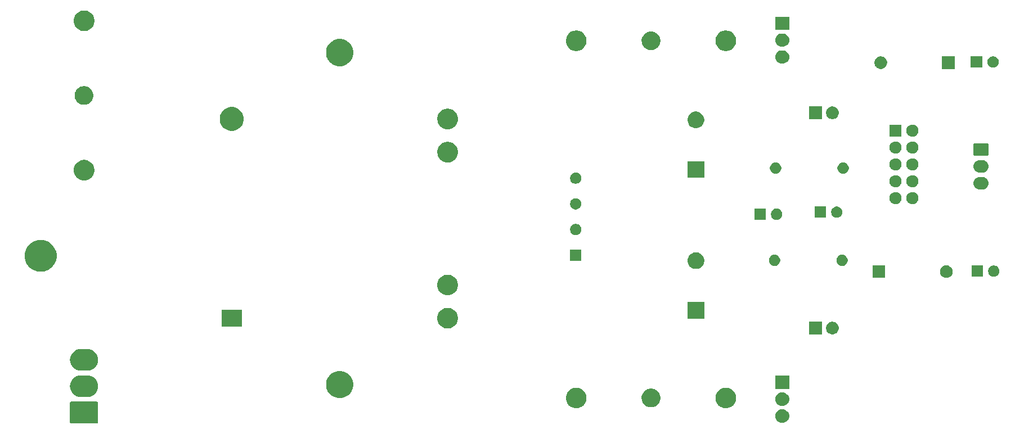
<source format=gbr>
G04 #@! TF.GenerationSoftware,KiCad,Pcbnew,(5.1.5)-3*
G04 #@! TF.CreationDate,2020-08-20T13:57:19+01:00*
G04 #@! TF.ProjectId,KOSMOPSU2,4b4f534d-4f50-4535-9532-2e6b69636164,rev?*
G04 #@! TF.SameCoordinates,Original*
G04 #@! TF.FileFunction,Soldermask,Bot*
G04 #@! TF.FilePolarity,Negative*
%FSLAX46Y46*%
G04 Gerber Fmt 4.6, Leading zero omitted, Abs format (unit mm)*
G04 Created by KiCad (PCBNEW (5.1.5)-3) date 2020-08-20 13:57:19*
%MOMM*%
%LPD*%
G04 APERTURE LIST*
%ADD10C,0.100000*%
G04 APERTURE END LIST*
D10*
G36*
X38907850Y-115022530D02*
G01*
X38936413Y-115031194D01*
X38962734Y-115045263D01*
X38985804Y-115064196D01*
X39004737Y-115087266D01*
X39018806Y-115113587D01*
X39027470Y-115142150D01*
X39031000Y-115177990D01*
X39031000Y-118122010D01*
X39027470Y-118157850D01*
X39018806Y-118186413D01*
X39004737Y-118212734D01*
X38985804Y-118235804D01*
X38962734Y-118254737D01*
X38936413Y-118268806D01*
X38907850Y-118277470D01*
X38872010Y-118281000D01*
X34987990Y-118281000D01*
X34952150Y-118277470D01*
X34923587Y-118268806D01*
X34897266Y-118254737D01*
X34874196Y-118235804D01*
X34855263Y-118212734D01*
X34841194Y-118186413D01*
X34832530Y-118157850D01*
X34829000Y-118122010D01*
X34829000Y-115177990D01*
X34832530Y-115142150D01*
X34841194Y-115113587D01*
X34855263Y-115087266D01*
X34874196Y-115064196D01*
X34897266Y-115045263D01*
X34923587Y-115031194D01*
X34952150Y-115022530D01*
X34987990Y-115019000D01*
X38872010Y-115019000D01*
X38907850Y-115022530D01*
G37*
G36*
X142145936Y-116181340D02*
G01*
X142244220Y-116191020D01*
X142433381Y-116248401D01*
X142607712Y-116341583D01*
X142760515Y-116466985D01*
X142885917Y-116619788D01*
X142979099Y-116794119D01*
X143036480Y-116983280D01*
X143055855Y-117180000D01*
X143036480Y-117376720D01*
X142979099Y-117565881D01*
X142885917Y-117740212D01*
X142760515Y-117893015D01*
X142607712Y-118018417D01*
X142433381Y-118111599D01*
X142244220Y-118168980D01*
X142145936Y-118178660D01*
X142096795Y-118183500D01*
X141903205Y-118183500D01*
X141854064Y-118178660D01*
X141755780Y-118168980D01*
X141566619Y-118111599D01*
X141392288Y-118018417D01*
X141239485Y-117893015D01*
X141114083Y-117740212D01*
X141020901Y-117565881D01*
X140963520Y-117376720D01*
X140944145Y-117180000D01*
X140963520Y-116983280D01*
X141020901Y-116794119D01*
X141114083Y-116619788D01*
X141239485Y-116466985D01*
X141392288Y-116341583D01*
X141566619Y-116248401D01*
X141755780Y-116191020D01*
X141854064Y-116181340D01*
X141903205Y-116176500D01*
X142096795Y-116176500D01*
X142145936Y-116181340D01*
G37*
G36*
X111302585Y-112938802D02*
G01*
X111452410Y-112968604D01*
X111734674Y-113085521D01*
X111988705Y-113255259D01*
X112204741Y-113471295D01*
X112374479Y-113725326D01*
X112491396Y-114007590D01*
X112551000Y-114307240D01*
X112551000Y-114612760D01*
X112491396Y-114912410D01*
X112374479Y-115194674D01*
X112204741Y-115448705D01*
X111988705Y-115664741D01*
X111734674Y-115834479D01*
X111452410Y-115951396D01*
X111302585Y-115981198D01*
X111152761Y-116011000D01*
X110847239Y-116011000D01*
X110697415Y-115981198D01*
X110547590Y-115951396D01*
X110265326Y-115834479D01*
X110011295Y-115664741D01*
X109795259Y-115448705D01*
X109625521Y-115194674D01*
X109508604Y-114912410D01*
X109449000Y-114612760D01*
X109449000Y-114307240D01*
X109508604Y-114007590D01*
X109625521Y-113725326D01*
X109795259Y-113471295D01*
X110011295Y-113255259D01*
X110265326Y-113085521D01*
X110547590Y-112968604D01*
X110697415Y-112938802D01*
X110847239Y-112909000D01*
X111152761Y-112909000D01*
X111302585Y-112938802D01*
G37*
G36*
X133802585Y-112938802D02*
G01*
X133952410Y-112968604D01*
X134234674Y-113085521D01*
X134488705Y-113255259D01*
X134704741Y-113471295D01*
X134874479Y-113725326D01*
X134991396Y-114007590D01*
X135051000Y-114307240D01*
X135051000Y-114612760D01*
X134991396Y-114912410D01*
X134874479Y-115194674D01*
X134704741Y-115448705D01*
X134488705Y-115664741D01*
X134234674Y-115834479D01*
X133952410Y-115951396D01*
X133802585Y-115981198D01*
X133652761Y-116011000D01*
X133347239Y-116011000D01*
X133197415Y-115981198D01*
X133047590Y-115951396D01*
X132765326Y-115834479D01*
X132511295Y-115664741D01*
X132295259Y-115448705D01*
X132125521Y-115194674D01*
X132008604Y-114912410D01*
X131949000Y-114612760D01*
X131949000Y-114307240D01*
X132008604Y-114007590D01*
X132125521Y-113725326D01*
X132295259Y-113471295D01*
X132511295Y-113255259D01*
X132765326Y-113085521D01*
X133047590Y-112968604D01*
X133197415Y-112938802D01*
X133347239Y-112909000D01*
X133652761Y-112909000D01*
X133802585Y-112938802D01*
G37*
G36*
X122568433Y-113094893D02*
G01*
X122658657Y-113112839D01*
X122764267Y-113156585D01*
X122913621Y-113218449D01*
X122989763Y-113269325D01*
X123143086Y-113371772D01*
X123338228Y-113566914D01*
X123394425Y-113651020D01*
X123491551Y-113796379D01*
X123513294Y-113848871D01*
X123597161Y-114051343D01*
X123597429Y-114052689D01*
X123651000Y-114322012D01*
X123651000Y-114597988D01*
X123648061Y-114612761D01*
X123597161Y-114868657D01*
X123553415Y-114974267D01*
X123491551Y-115123621D01*
X123491550Y-115123622D01*
X123338228Y-115353086D01*
X123143086Y-115548228D01*
X123022231Y-115628980D01*
X122913621Y-115701551D01*
X122764267Y-115763415D01*
X122658657Y-115807161D01*
X122568433Y-115825107D01*
X122387988Y-115861000D01*
X122112012Y-115861000D01*
X121931567Y-115825107D01*
X121841343Y-115807161D01*
X121735733Y-115763415D01*
X121586379Y-115701551D01*
X121477769Y-115628980D01*
X121356914Y-115548228D01*
X121161772Y-115353086D01*
X121008450Y-115123622D01*
X121008449Y-115123621D01*
X120946585Y-114974267D01*
X120902839Y-114868657D01*
X120851939Y-114612761D01*
X120849000Y-114597988D01*
X120849000Y-114322012D01*
X120902571Y-114052689D01*
X120902839Y-114051343D01*
X120986706Y-113848871D01*
X121008449Y-113796379D01*
X121105575Y-113651020D01*
X121161772Y-113566914D01*
X121356914Y-113371772D01*
X121510237Y-113269325D01*
X121586379Y-113218449D01*
X121735733Y-113156585D01*
X121841343Y-113112839D01*
X121931567Y-113094893D01*
X122112012Y-113059000D01*
X122387988Y-113059000D01*
X122568433Y-113094893D01*
G37*
G36*
X142145936Y-113641340D02*
G01*
X142244220Y-113651020D01*
X142433381Y-113708401D01*
X142607712Y-113801583D01*
X142760515Y-113926985D01*
X142885917Y-114079788D01*
X142979099Y-114254119D01*
X143036480Y-114443280D01*
X143055855Y-114640000D01*
X143036480Y-114836720D01*
X142979099Y-115025881D01*
X142885917Y-115200212D01*
X142760515Y-115353015D01*
X142607712Y-115478417D01*
X142433381Y-115571599D01*
X142244220Y-115628980D01*
X142145936Y-115638660D01*
X142096795Y-115643500D01*
X141903205Y-115643500D01*
X141854064Y-115638660D01*
X141755780Y-115628980D01*
X141566619Y-115571599D01*
X141392288Y-115478417D01*
X141239485Y-115353015D01*
X141114083Y-115200212D01*
X141020901Y-115025881D01*
X140963520Y-114836720D01*
X140944145Y-114640000D01*
X140963520Y-114443280D01*
X141020901Y-114254119D01*
X141114083Y-114079788D01*
X141239485Y-113926985D01*
X141392288Y-113801583D01*
X141566619Y-113708401D01*
X141755780Y-113651020D01*
X141854064Y-113641340D01*
X141903205Y-113636500D01*
X142096795Y-113636500D01*
X142145936Y-113641340D01*
G37*
G36*
X76008254Y-110467818D02*
G01*
X76381511Y-110622426D01*
X76381513Y-110622427D01*
X76717436Y-110846884D01*
X77003116Y-111132564D01*
X77032048Y-111175863D01*
X77227574Y-111468489D01*
X77382182Y-111841746D01*
X77461000Y-112237993D01*
X77461000Y-112642007D01*
X77382182Y-113038254D01*
X77244034Y-113371772D01*
X77227573Y-113411513D01*
X77003116Y-113747436D01*
X76717436Y-114033116D01*
X76381513Y-114257573D01*
X76381512Y-114257574D01*
X76381511Y-114257574D01*
X76008254Y-114412182D01*
X75612007Y-114491000D01*
X75207993Y-114491000D01*
X74811746Y-114412182D01*
X74438489Y-114257574D01*
X74438488Y-114257574D01*
X74438487Y-114257573D01*
X74102564Y-114033116D01*
X73816884Y-113747436D01*
X73592427Y-113411513D01*
X73575966Y-113371772D01*
X73437818Y-113038254D01*
X73359000Y-112642007D01*
X73359000Y-112237993D01*
X73437818Y-111841746D01*
X73592426Y-111468489D01*
X73787953Y-111175863D01*
X73816884Y-111132564D01*
X74102564Y-110846884D01*
X74438487Y-110622427D01*
X74438489Y-110622426D01*
X74811746Y-110467818D01*
X75207993Y-110389000D01*
X75612007Y-110389000D01*
X76008254Y-110467818D01*
G37*
G36*
X37719730Y-111082599D02*
G01*
X38027179Y-111175863D01*
X38310518Y-111327311D01*
X38558871Y-111531129D01*
X38762689Y-111779482D01*
X38914137Y-112062821D01*
X39007401Y-112370270D01*
X39038891Y-112690000D01*
X39007401Y-113009730D01*
X38914137Y-113317179D01*
X38762689Y-113600518D01*
X38558871Y-113848871D01*
X38310518Y-114052689D01*
X38027179Y-114204137D01*
X37719730Y-114297401D01*
X37480122Y-114321000D01*
X36379878Y-114321000D01*
X36140270Y-114297401D01*
X35832821Y-114204137D01*
X35549482Y-114052689D01*
X35301129Y-113848871D01*
X35097311Y-113600518D01*
X34945863Y-113317179D01*
X34852599Y-113009730D01*
X34821109Y-112690000D01*
X34852599Y-112370270D01*
X34945863Y-112062821D01*
X35097311Y-111779482D01*
X35301129Y-111531129D01*
X35549482Y-111327311D01*
X35832821Y-111175863D01*
X36140270Y-111082599D01*
X36379878Y-111059000D01*
X37480122Y-111059000D01*
X37719730Y-111082599D01*
G37*
G36*
X143051000Y-113103500D02*
G01*
X140949000Y-113103500D01*
X140949000Y-111096500D01*
X143051000Y-111096500D01*
X143051000Y-113103500D01*
G37*
G36*
X37719730Y-107122599D02*
G01*
X38027179Y-107215863D01*
X38310518Y-107367311D01*
X38558871Y-107571129D01*
X38762689Y-107819482D01*
X38914137Y-108102821D01*
X39007401Y-108410270D01*
X39038891Y-108730000D01*
X39007401Y-109049730D01*
X38914137Y-109357179D01*
X38762689Y-109640518D01*
X38558871Y-109888871D01*
X38310518Y-110092689D01*
X38027179Y-110244137D01*
X37719730Y-110337401D01*
X37480122Y-110361000D01*
X36379878Y-110361000D01*
X36140270Y-110337401D01*
X35832821Y-110244137D01*
X35549482Y-110092689D01*
X35301129Y-109888871D01*
X35097311Y-109640518D01*
X34945863Y-109357179D01*
X34852599Y-109049730D01*
X34821109Y-108730000D01*
X34852599Y-108410270D01*
X34945863Y-108102821D01*
X35097311Y-107819482D01*
X35301129Y-107571129D01*
X35549482Y-107367311D01*
X35832821Y-107215863D01*
X36140270Y-107122599D01*
X36379878Y-107099000D01*
X37480122Y-107099000D01*
X37719730Y-107122599D01*
G37*
G36*
X147951000Y-104871000D02*
G01*
X146049000Y-104871000D01*
X146049000Y-102969000D01*
X147951000Y-102969000D01*
X147951000Y-104871000D01*
G37*
G36*
X149817395Y-103005546D02*
G01*
X149990466Y-103077234D01*
X149990467Y-103077235D01*
X150146227Y-103181310D01*
X150278690Y-103313773D01*
X150278691Y-103313775D01*
X150382766Y-103469534D01*
X150454454Y-103642605D01*
X150491000Y-103826333D01*
X150491000Y-104013667D01*
X150454454Y-104197395D01*
X150382766Y-104370466D01*
X150382765Y-104370467D01*
X150278690Y-104526227D01*
X150146227Y-104658690D01*
X150067818Y-104711081D01*
X149990466Y-104762766D01*
X149817395Y-104834454D01*
X149633667Y-104871000D01*
X149446333Y-104871000D01*
X149262605Y-104834454D01*
X149089534Y-104762766D01*
X149012182Y-104711081D01*
X148933773Y-104658690D01*
X148801310Y-104526227D01*
X148697235Y-104370467D01*
X148697234Y-104370466D01*
X148625546Y-104197395D01*
X148589000Y-104013667D01*
X148589000Y-103826333D01*
X148625546Y-103642605D01*
X148697234Y-103469534D01*
X148801309Y-103313775D01*
X148801310Y-103313773D01*
X148933773Y-103181310D01*
X149089533Y-103077235D01*
X149089534Y-103077234D01*
X149262605Y-103005546D01*
X149446333Y-102969000D01*
X149633667Y-102969000D01*
X149817395Y-103005546D01*
G37*
G36*
X91962585Y-100918802D02*
G01*
X92112410Y-100948604D01*
X92394674Y-101065521D01*
X92648705Y-101235259D01*
X92864741Y-101451295D01*
X93034479Y-101705326D01*
X93151396Y-101987590D01*
X93211000Y-102287240D01*
X93211000Y-102592760D01*
X93151396Y-102892410D01*
X93034479Y-103174674D01*
X92864741Y-103428705D01*
X92648705Y-103644741D01*
X92394674Y-103814479D01*
X92112410Y-103931396D01*
X91962585Y-103961198D01*
X91812761Y-103991000D01*
X91507239Y-103991000D01*
X91357415Y-103961198D01*
X91207590Y-103931396D01*
X90925326Y-103814479D01*
X90671295Y-103644741D01*
X90455259Y-103428705D01*
X90285521Y-103174674D01*
X90168604Y-102892410D01*
X90109000Y-102592760D01*
X90109000Y-102287240D01*
X90168604Y-101987590D01*
X90285521Y-101705326D01*
X90455259Y-101451295D01*
X90671295Y-101235259D01*
X90925326Y-101065521D01*
X91207590Y-100948604D01*
X91357415Y-100918802D01*
X91507239Y-100889000D01*
X91812761Y-100889000D01*
X91962585Y-100918802D01*
G37*
G36*
X60711000Y-103741000D02*
G01*
X57609000Y-103741000D01*
X57609000Y-101139000D01*
X60711000Y-101139000D01*
X60711000Y-103741000D01*
G37*
G36*
X130251000Y-102531000D02*
G01*
X127749000Y-102531000D01*
X127749000Y-100029000D01*
X130251000Y-100029000D01*
X130251000Y-102531000D01*
G37*
G36*
X91880529Y-95902480D02*
G01*
X92112410Y-95948604D01*
X92394674Y-96065521D01*
X92648705Y-96235259D01*
X92864741Y-96451295D01*
X93034479Y-96705326D01*
X93151396Y-96987590D01*
X93211000Y-97287240D01*
X93211000Y-97592760D01*
X93151396Y-97892410D01*
X93034479Y-98174674D01*
X92864741Y-98428705D01*
X92648705Y-98644741D01*
X92394674Y-98814479D01*
X92112410Y-98931396D01*
X91962585Y-98961198D01*
X91812761Y-98991000D01*
X91507239Y-98991000D01*
X91357415Y-98961198D01*
X91207590Y-98931396D01*
X90925326Y-98814479D01*
X90671295Y-98644741D01*
X90455259Y-98428705D01*
X90285521Y-98174674D01*
X90168604Y-97892410D01*
X90109000Y-97592760D01*
X90109000Y-97287240D01*
X90168604Y-96987590D01*
X90285521Y-96705326D01*
X90455259Y-96451295D01*
X90671295Y-96235259D01*
X90925326Y-96065521D01*
X91207590Y-95948604D01*
X91439471Y-95902480D01*
X91507239Y-95889000D01*
X91812761Y-95889000D01*
X91880529Y-95902480D01*
G37*
G36*
X166967395Y-94525546D02*
G01*
X167140466Y-94597234D01*
X167153365Y-94605853D01*
X167296227Y-94701310D01*
X167428690Y-94833773D01*
X167428691Y-94833775D01*
X167532766Y-94989534D01*
X167604454Y-95162605D01*
X167641000Y-95346333D01*
X167641000Y-95533667D01*
X167604454Y-95717395D01*
X167532766Y-95890466D01*
X167532765Y-95890467D01*
X167428690Y-96046227D01*
X167296227Y-96178690D01*
X167247871Y-96211000D01*
X167140466Y-96282766D01*
X166967395Y-96354454D01*
X166783667Y-96391000D01*
X166596333Y-96391000D01*
X166412605Y-96354454D01*
X166239534Y-96282766D01*
X166132129Y-96211000D01*
X166083773Y-96178690D01*
X165951310Y-96046227D01*
X165847235Y-95890467D01*
X165847234Y-95890466D01*
X165775546Y-95717395D01*
X165739000Y-95533667D01*
X165739000Y-95346333D01*
X165775546Y-95162605D01*
X165847234Y-94989534D01*
X165951309Y-94833775D01*
X165951310Y-94833773D01*
X166083773Y-94701310D01*
X166226635Y-94605853D01*
X166239534Y-94597234D01*
X166412605Y-94525546D01*
X166596333Y-94489000D01*
X166783667Y-94489000D01*
X166967395Y-94525546D01*
G37*
G36*
X157481000Y-96391000D02*
G01*
X155579000Y-96391000D01*
X155579000Y-94489000D01*
X157481000Y-94489000D01*
X157481000Y-96391000D01*
G37*
G36*
X174078228Y-94541703D02*
G01*
X174233100Y-94605853D01*
X174372481Y-94698985D01*
X174491015Y-94817519D01*
X174584147Y-94956900D01*
X174648297Y-95111772D01*
X174681000Y-95276184D01*
X174681000Y-95443816D01*
X174648297Y-95608228D01*
X174584147Y-95763100D01*
X174491015Y-95902481D01*
X174372481Y-96021015D01*
X174233100Y-96114147D01*
X174078228Y-96178297D01*
X173913816Y-96211000D01*
X173746184Y-96211000D01*
X173581772Y-96178297D01*
X173426900Y-96114147D01*
X173287519Y-96021015D01*
X173168985Y-95902481D01*
X173075853Y-95763100D01*
X173011703Y-95608228D01*
X172979000Y-95443816D01*
X172979000Y-95276184D01*
X173011703Y-95111772D01*
X173075853Y-94956900D01*
X173168985Y-94817519D01*
X173287519Y-94698985D01*
X173426900Y-94605853D01*
X173581772Y-94541703D01*
X173746184Y-94509000D01*
X173913816Y-94509000D01*
X174078228Y-94541703D01*
G37*
G36*
X172181000Y-96211000D02*
G01*
X170479000Y-96211000D01*
X170479000Y-94509000D01*
X172181000Y-94509000D01*
X172181000Y-96211000D01*
G37*
G36*
X30878412Y-90705135D02*
G01*
X31110346Y-90751269D01*
X31547300Y-90932262D01*
X31940548Y-91195022D01*
X32274978Y-91529452D01*
X32537738Y-91922700D01*
X32718731Y-92359654D01*
X32811000Y-92823522D01*
X32811000Y-93296478D01*
X32718731Y-93760346D01*
X32537738Y-94197300D01*
X32274978Y-94590548D01*
X31940548Y-94924978D01*
X31547300Y-95187738D01*
X31110346Y-95368731D01*
X30878412Y-95414866D01*
X30646479Y-95461000D01*
X30173521Y-95461000D01*
X29941588Y-95414866D01*
X29709654Y-95368731D01*
X29272700Y-95187738D01*
X28879452Y-94924978D01*
X28545022Y-94590548D01*
X28282262Y-94197300D01*
X28101269Y-93760346D01*
X28009000Y-93296478D01*
X28009000Y-92823522D01*
X28101269Y-92359654D01*
X28282262Y-91922700D01*
X28545022Y-91529452D01*
X28879452Y-91195022D01*
X29272700Y-90932262D01*
X29709654Y-90751269D01*
X29941588Y-90705135D01*
X30173521Y-90659000D01*
X30646479Y-90659000D01*
X30878412Y-90705135D01*
G37*
G36*
X129364903Y-92577075D02*
G01*
X129592571Y-92671378D01*
X129797466Y-92808285D01*
X129971715Y-92982534D01*
X129971716Y-92982536D01*
X130108623Y-93187431D01*
X130202925Y-93415097D01*
X130251000Y-93656786D01*
X130251000Y-93903214D01*
X130202925Y-94144903D01*
X130181222Y-94197300D01*
X130108622Y-94372571D01*
X129971715Y-94577466D01*
X129797466Y-94751715D01*
X129592571Y-94888622D01*
X129592570Y-94888623D01*
X129592569Y-94888623D01*
X129364903Y-94982925D01*
X129123214Y-95031000D01*
X128876786Y-95031000D01*
X128635097Y-94982925D01*
X128407431Y-94888623D01*
X128407430Y-94888623D01*
X128407429Y-94888622D01*
X128202534Y-94751715D01*
X128028285Y-94577466D01*
X127891378Y-94372571D01*
X127818779Y-94197300D01*
X127797075Y-94144903D01*
X127749000Y-93903214D01*
X127749000Y-93656786D01*
X127797075Y-93415097D01*
X127891377Y-93187431D01*
X128028284Y-92982536D01*
X128028285Y-92982534D01*
X128202534Y-92808285D01*
X128407429Y-92671378D01*
X128635097Y-92577075D01*
X128876786Y-92529000D01*
X129123214Y-92529000D01*
X129364903Y-92577075D01*
G37*
G36*
X151248228Y-92911703D02*
G01*
X151403100Y-92975853D01*
X151542481Y-93068985D01*
X151661015Y-93187519D01*
X151754147Y-93326900D01*
X151818297Y-93481772D01*
X151851000Y-93646184D01*
X151851000Y-93813816D01*
X151818297Y-93978228D01*
X151754147Y-94133100D01*
X151661015Y-94272481D01*
X151542481Y-94391015D01*
X151403100Y-94484147D01*
X151248228Y-94548297D01*
X151083816Y-94581000D01*
X150916184Y-94581000D01*
X150751772Y-94548297D01*
X150596900Y-94484147D01*
X150457519Y-94391015D01*
X150338985Y-94272481D01*
X150245853Y-94133100D01*
X150181703Y-93978228D01*
X150149000Y-93813816D01*
X150149000Y-93646184D01*
X150181703Y-93481772D01*
X150245853Y-93326900D01*
X150338985Y-93187519D01*
X150457519Y-93068985D01*
X150596900Y-92975853D01*
X150751772Y-92911703D01*
X150916184Y-92879000D01*
X151083816Y-92879000D01*
X151248228Y-92911703D01*
G37*
G36*
X141088228Y-92911703D02*
G01*
X141243100Y-92975853D01*
X141382481Y-93068985D01*
X141501015Y-93187519D01*
X141594147Y-93326900D01*
X141658297Y-93481772D01*
X141691000Y-93646184D01*
X141691000Y-93813816D01*
X141658297Y-93978228D01*
X141594147Y-94133100D01*
X141501015Y-94272481D01*
X141382481Y-94391015D01*
X141243100Y-94484147D01*
X141088228Y-94548297D01*
X140923816Y-94581000D01*
X140756184Y-94581000D01*
X140591772Y-94548297D01*
X140436900Y-94484147D01*
X140297519Y-94391015D01*
X140178985Y-94272481D01*
X140085853Y-94133100D01*
X140021703Y-93978228D01*
X139989000Y-93813816D01*
X139989000Y-93646184D01*
X140021703Y-93481772D01*
X140085853Y-93326900D01*
X140178985Y-93187519D01*
X140297519Y-93068985D01*
X140436900Y-92975853D01*
X140591772Y-92911703D01*
X140756184Y-92879000D01*
X140923816Y-92879000D01*
X141088228Y-92911703D01*
G37*
G36*
X111766000Y-93796000D02*
G01*
X110074000Y-93796000D01*
X110074000Y-92104000D01*
X111766000Y-92104000D01*
X111766000Y-93796000D01*
G37*
G36*
X111166768Y-88271511D02*
G01*
X111320729Y-88335284D01*
X111320731Y-88335285D01*
X111459293Y-88427869D01*
X111577131Y-88545707D01*
X111669716Y-88684271D01*
X111733489Y-88838232D01*
X111766000Y-89001675D01*
X111766000Y-89168325D01*
X111733489Y-89331768D01*
X111669716Y-89485729D01*
X111669715Y-89485731D01*
X111577131Y-89624293D01*
X111459293Y-89742131D01*
X111320731Y-89834715D01*
X111320730Y-89834716D01*
X111320729Y-89834716D01*
X111166768Y-89898489D01*
X111003325Y-89931000D01*
X110836675Y-89931000D01*
X110673232Y-89898489D01*
X110519271Y-89834716D01*
X110519270Y-89834716D01*
X110519269Y-89834715D01*
X110380707Y-89742131D01*
X110262869Y-89624293D01*
X110170285Y-89485731D01*
X110170284Y-89485729D01*
X110106511Y-89331768D01*
X110074000Y-89168325D01*
X110074000Y-89001675D01*
X110106511Y-88838232D01*
X110170284Y-88684271D01*
X110262869Y-88545707D01*
X110380707Y-88427869D01*
X110519269Y-88335285D01*
X110519271Y-88335284D01*
X110673232Y-88271511D01*
X110836675Y-88239000D01*
X111003325Y-88239000D01*
X111166768Y-88271511D01*
G37*
G36*
X139501000Y-87631000D02*
G01*
X137799000Y-87631000D01*
X137799000Y-85929000D01*
X139501000Y-85929000D01*
X139501000Y-87631000D01*
G37*
G36*
X141398228Y-85961703D02*
G01*
X141553100Y-86025853D01*
X141692481Y-86118985D01*
X141811015Y-86237519D01*
X141904147Y-86376900D01*
X141968297Y-86531772D01*
X142001000Y-86696184D01*
X142001000Y-86863816D01*
X141968297Y-87028228D01*
X141904147Y-87183100D01*
X141811015Y-87322481D01*
X141692481Y-87441015D01*
X141553100Y-87534147D01*
X141398228Y-87598297D01*
X141233816Y-87631000D01*
X141066184Y-87631000D01*
X140901772Y-87598297D01*
X140746900Y-87534147D01*
X140607519Y-87441015D01*
X140488985Y-87322481D01*
X140395853Y-87183100D01*
X140331703Y-87028228D01*
X140299000Y-86863816D01*
X140299000Y-86696184D01*
X140331703Y-86531772D01*
X140395853Y-86376900D01*
X140488985Y-86237519D01*
X140607519Y-86118985D01*
X140746900Y-86025853D01*
X140901772Y-85961703D01*
X141066184Y-85929000D01*
X141233816Y-85929000D01*
X141398228Y-85961703D01*
G37*
G36*
X148561000Y-87331000D02*
G01*
X146859000Y-87331000D01*
X146859000Y-85629000D01*
X148561000Y-85629000D01*
X148561000Y-87331000D01*
G37*
G36*
X150458228Y-85661703D02*
G01*
X150613100Y-85725853D01*
X150752481Y-85818985D01*
X150871015Y-85937519D01*
X150964147Y-86076900D01*
X151028297Y-86231772D01*
X151061000Y-86396184D01*
X151061000Y-86563816D01*
X151028297Y-86728228D01*
X150964147Y-86883100D01*
X150871015Y-87022481D01*
X150752481Y-87141015D01*
X150613100Y-87234147D01*
X150458228Y-87298297D01*
X150293816Y-87331000D01*
X150126184Y-87331000D01*
X149961772Y-87298297D01*
X149806900Y-87234147D01*
X149667519Y-87141015D01*
X149548985Y-87022481D01*
X149455853Y-86883100D01*
X149391703Y-86728228D01*
X149359000Y-86563816D01*
X149359000Y-86396184D01*
X149391703Y-86231772D01*
X149455853Y-86076900D01*
X149548985Y-85937519D01*
X149667519Y-85818985D01*
X149806900Y-85725853D01*
X149961772Y-85661703D01*
X150126184Y-85629000D01*
X150293816Y-85629000D01*
X150458228Y-85661703D01*
G37*
G36*
X111166768Y-84406511D02*
G01*
X111271952Y-84450080D01*
X111320731Y-84470285D01*
X111459293Y-84562869D01*
X111577131Y-84680707D01*
X111669716Y-84819271D01*
X111733489Y-84973232D01*
X111766000Y-85136675D01*
X111766000Y-85303325D01*
X111733489Y-85466768D01*
X111669716Y-85620729D01*
X111669715Y-85620731D01*
X111577131Y-85759293D01*
X111459293Y-85877131D01*
X111320731Y-85969715D01*
X111320730Y-85969716D01*
X111320729Y-85969716D01*
X111166768Y-86033489D01*
X111003325Y-86066000D01*
X110836675Y-86066000D01*
X110673232Y-86033489D01*
X110519271Y-85969716D01*
X110519270Y-85969716D01*
X110519269Y-85969715D01*
X110380707Y-85877131D01*
X110262869Y-85759293D01*
X110170285Y-85620731D01*
X110170284Y-85620729D01*
X110106511Y-85466768D01*
X110074000Y-85303325D01*
X110074000Y-85136675D01*
X110106511Y-84973232D01*
X110170284Y-84819271D01*
X110262869Y-84680707D01*
X110380707Y-84562869D01*
X110519269Y-84470285D01*
X110568048Y-84450080D01*
X110673232Y-84406511D01*
X110836675Y-84374000D01*
X111003325Y-84374000D01*
X111166768Y-84406511D01*
G37*
G36*
X159316778Y-83480547D02*
G01*
X159483224Y-83549491D01*
X159633022Y-83649583D01*
X159760417Y-83776978D01*
X159860509Y-83926776D01*
X159929453Y-84093222D01*
X159964600Y-84269918D01*
X159964600Y-84450082D01*
X159929453Y-84626778D01*
X159860509Y-84793224D01*
X159760417Y-84943022D01*
X159633022Y-85070417D01*
X159483224Y-85170509D01*
X159316778Y-85239453D01*
X159140082Y-85274600D01*
X158959918Y-85274600D01*
X158783222Y-85239453D01*
X158616776Y-85170509D01*
X158466978Y-85070417D01*
X158339583Y-84943022D01*
X158239491Y-84793224D01*
X158170547Y-84626778D01*
X158135400Y-84450082D01*
X158135400Y-84269918D01*
X158170547Y-84093222D01*
X158239491Y-83926776D01*
X158339583Y-83776978D01*
X158466978Y-83649583D01*
X158616776Y-83549491D01*
X158783222Y-83480547D01*
X158959918Y-83445400D01*
X159140082Y-83445400D01*
X159316778Y-83480547D01*
G37*
G36*
X161856778Y-83480547D02*
G01*
X162023224Y-83549491D01*
X162173022Y-83649583D01*
X162300417Y-83776978D01*
X162400509Y-83926776D01*
X162469453Y-84093222D01*
X162504600Y-84269918D01*
X162504600Y-84450082D01*
X162469453Y-84626778D01*
X162400509Y-84793224D01*
X162300417Y-84943022D01*
X162173022Y-85070417D01*
X162023224Y-85170509D01*
X161856778Y-85239453D01*
X161680082Y-85274600D01*
X161499918Y-85274600D01*
X161323222Y-85239453D01*
X161156776Y-85170509D01*
X161006978Y-85070417D01*
X160879583Y-84943022D01*
X160779491Y-84793224D01*
X160710547Y-84626778D01*
X160675400Y-84450082D01*
X160675400Y-84269918D01*
X160710547Y-84093222D01*
X160779491Y-83926776D01*
X160879583Y-83776978D01*
X161006978Y-83649583D01*
X161156776Y-83549491D01*
X161323222Y-83480547D01*
X161499918Y-83445400D01*
X161680082Y-83445400D01*
X161856778Y-83480547D01*
G37*
G36*
X172240345Y-81193442D02*
G01*
X172330548Y-81202326D01*
X172504157Y-81254990D01*
X172664156Y-81340511D01*
X172693679Y-81364740D01*
X172804397Y-81455603D01*
X172869128Y-81534479D01*
X172919489Y-81595844D01*
X173005010Y-81755843D01*
X173057674Y-81929452D01*
X173075456Y-82110000D01*
X173057674Y-82290548D01*
X173005010Y-82464157D01*
X172919489Y-82624156D01*
X172883729Y-82667729D01*
X172804397Y-82764397D01*
X172707729Y-82843729D01*
X172664156Y-82879489D01*
X172504157Y-82965010D01*
X172330548Y-83017674D01*
X172240345Y-83026558D01*
X172195245Y-83031000D01*
X171644755Y-83031000D01*
X171599655Y-83026558D01*
X171509452Y-83017674D01*
X171335843Y-82965010D01*
X171175844Y-82879489D01*
X171132271Y-82843729D01*
X171035603Y-82764397D01*
X170956271Y-82667729D01*
X170920511Y-82624156D01*
X170834990Y-82464157D01*
X170782326Y-82290548D01*
X170764544Y-82110000D01*
X170782326Y-81929452D01*
X170834990Y-81755843D01*
X170920511Y-81595844D01*
X170970872Y-81534479D01*
X171035603Y-81455603D01*
X171146321Y-81364740D01*
X171175844Y-81340511D01*
X171335843Y-81254990D01*
X171509452Y-81202326D01*
X171599655Y-81193442D01*
X171644755Y-81189000D01*
X172195245Y-81189000D01*
X172240345Y-81193442D01*
G37*
G36*
X159316778Y-80940547D02*
G01*
X159483224Y-81009491D01*
X159633022Y-81109583D01*
X159760417Y-81236978D01*
X159860509Y-81386776D01*
X159929453Y-81553222D01*
X159964600Y-81729918D01*
X159964600Y-81910082D01*
X159929453Y-82086778D01*
X159860509Y-82253224D01*
X159760417Y-82403022D01*
X159633022Y-82530417D01*
X159483224Y-82630509D01*
X159316778Y-82699453D01*
X159140082Y-82734600D01*
X158959918Y-82734600D01*
X158783222Y-82699453D01*
X158616776Y-82630509D01*
X158466978Y-82530417D01*
X158339583Y-82403022D01*
X158239491Y-82253224D01*
X158170547Y-82086778D01*
X158135400Y-81910082D01*
X158135400Y-81729918D01*
X158170547Y-81553222D01*
X158239491Y-81386776D01*
X158339583Y-81236978D01*
X158466978Y-81109583D01*
X158616776Y-81009491D01*
X158783222Y-80940547D01*
X158959918Y-80905400D01*
X159140082Y-80905400D01*
X159316778Y-80940547D01*
G37*
G36*
X161856778Y-80940547D02*
G01*
X162023224Y-81009491D01*
X162173022Y-81109583D01*
X162300417Y-81236978D01*
X162400509Y-81386776D01*
X162469453Y-81553222D01*
X162504600Y-81729918D01*
X162504600Y-81910082D01*
X162469453Y-82086778D01*
X162400509Y-82253224D01*
X162300417Y-82403022D01*
X162173022Y-82530417D01*
X162023224Y-82630509D01*
X161856778Y-82699453D01*
X161680082Y-82734600D01*
X161499918Y-82734600D01*
X161323222Y-82699453D01*
X161156776Y-82630509D01*
X161006978Y-82530417D01*
X160879583Y-82403022D01*
X160779491Y-82253224D01*
X160710547Y-82086778D01*
X160675400Y-81910082D01*
X160675400Y-81729918D01*
X160710547Y-81553222D01*
X160779491Y-81386776D01*
X160879583Y-81236978D01*
X161006978Y-81109583D01*
X161156776Y-81009491D01*
X161323222Y-80940547D01*
X161499918Y-80905400D01*
X161680082Y-80905400D01*
X161856778Y-80940547D01*
G37*
G36*
X111166768Y-80541511D02*
G01*
X111293844Y-80594148D01*
X111320731Y-80605285D01*
X111459293Y-80697869D01*
X111577131Y-80815707D01*
X111629894Y-80894672D01*
X111669716Y-80954271D01*
X111733489Y-81108232D01*
X111766000Y-81271675D01*
X111766000Y-81438325D01*
X111733489Y-81601768D01*
X111712932Y-81651396D01*
X111669715Y-81755731D01*
X111577131Y-81894293D01*
X111459293Y-82012131D01*
X111320731Y-82104715D01*
X111320730Y-82104716D01*
X111320729Y-82104716D01*
X111166768Y-82168489D01*
X111003325Y-82201000D01*
X110836675Y-82201000D01*
X110673232Y-82168489D01*
X110519271Y-82104716D01*
X110519270Y-82104716D01*
X110519269Y-82104715D01*
X110380707Y-82012131D01*
X110262869Y-81894293D01*
X110170285Y-81755731D01*
X110127068Y-81651396D01*
X110106511Y-81601768D01*
X110074000Y-81438325D01*
X110074000Y-81271675D01*
X110106511Y-81108232D01*
X110170284Y-80954271D01*
X110210107Y-80894672D01*
X110262869Y-80815707D01*
X110380707Y-80697869D01*
X110519269Y-80605285D01*
X110546156Y-80594148D01*
X110673232Y-80541511D01*
X110836675Y-80509000D01*
X111003325Y-80509000D01*
X111166768Y-80541511D01*
G37*
G36*
X37232585Y-78638802D02*
G01*
X37382410Y-78668604D01*
X37664674Y-78785521D01*
X37918705Y-78955259D01*
X38134741Y-79171295D01*
X38304479Y-79425326D01*
X38421396Y-79707590D01*
X38422517Y-79713225D01*
X38452314Y-79863023D01*
X38481000Y-80007240D01*
X38481000Y-80312760D01*
X38421396Y-80612410D01*
X38304479Y-80894674D01*
X38134741Y-81148705D01*
X37918705Y-81364741D01*
X37664674Y-81534479D01*
X37382410Y-81651396D01*
X37232585Y-81681198D01*
X37082761Y-81711000D01*
X36777239Y-81711000D01*
X36627415Y-81681198D01*
X36477590Y-81651396D01*
X36195326Y-81534479D01*
X35941295Y-81364741D01*
X35725259Y-81148705D01*
X35555521Y-80894674D01*
X35438604Y-80612410D01*
X35379000Y-80312760D01*
X35379000Y-80007240D01*
X35407687Y-79863023D01*
X35437483Y-79713225D01*
X35438604Y-79707590D01*
X35555521Y-79425326D01*
X35725259Y-79171295D01*
X35941295Y-78955259D01*
X36195326Y-78785521D01*
X36477590Y-78668604D01*
X36627415Y-78638802D01*
X36777239Y-78609000D01*
X37082761Y-78609000D01*
X37232585Y-78638802D01*
G37*
G36*
X130251000Y-81321000D02*
G01*
X127749000Y-81321000D01*
X127749000Y-78819000D01*
X130251000Y-78819000D01*
X130251000Y-81321000D01*
G37*
G36*
X141248228Y-79021703D02*
G01*
X141403100Y-79085853D01*
X141542481Y-79178985D01*
X141661015Y-79297519D01*
X141754147Y-79436900D01*
X141818297Y-79591772D01*
X141851000Y-79756184D01*
X141851000Y-79923816D01*
X141818297Y-80088228D01*
X141754147Y-80243100D01*
X141661015Y-80382481D01*
X141542481Y-80501015D01*
X141403100Y-80594147D01*
X141248228Y-80658297D01*
X141083816Y-80691000D01*
X140916184Y-80691000D01*
X140751772Y-80658297D01*
X140596900Y-80594147D01*
X140457519Y-80501015D01*
X140338985Y-80382481D01*
X140245853Y-80243100D01*
X140181703Y-80088228D01*
X140149000Y-79923816D01*
X140149000Y-79756184D01*
X140181703Y-79591772D01*
X140245853Y-79436900D01*
X140338985Y-79297519D01*
X140457519Y-79178985D01*
X140596900Y-79085853D01*
X140751772Y-79021703D01*
X140916184Y-78989000D01*
X141083816Y-78989000D01*
X141248228Y-79021703D01*
G37*
G36*
X151408228Y-79021703D02*
G01*
X151563100Y-79085853D01*
X151702481Y-79178985D01*
X151821015Y-79297519D01*
X151914147Y-79436900D01*
X151978297Y-79591772D01*
X152011000Y-79756184D01*
X152011000Y-79923816D01*
X151978297Y-80088228D01*
X151914147Y-80243100D01*
X151821015Y-80382481D01*
X151702481Y-80501015D01*
X151563100Y-80594147D01*
X151408228Y-80658297D01*
X151243816Y-80691000D01*
X151076184Y-80691000D01*
X150911772Y-80658297D01*
X150756900Y-80594147D01*
X150617519Y-80501015D01*
X150498985Y-80382481D01*
X150405853Y-80243100D01*
X150341703Y-80088228D01*
X150309000Y-79923816D01*
X150309000Y-79756184D01*
X150341703Y-79591772D01*
X150405853Y-79436900D01*
X150498985Y-79297519D01*
X150617519Y-79178985D01*
X150756900Y-79085853D01*
X150911772Y-79021703D01*
X151076184Y-78989000D01*
X151243816Y-78989000D01*
X151408228Y-79021703D01*
G37*
G36*
X172240345Y-78653442D02*
G01*
X172330548Y-78662326D01*
X172504157Y-78714990D01*
X172664156Y-78800511D01*
X172707729Y-78836271D01*
X172804397Y-78915603D01*
X172883729Y-79012271D01*
X172919489Y-79055844D01*
X173005010Y-79215843D01*
X173057674Y-79389452D01*
X173075456Y-79570000D01*
X173057674Y-79750548D01*
X173005010Y-79924157D01*
X172919489Y-80084156D01*
X172883729Y-80127729D01*
X172804397Y-80224397D01*
X172707729Y-80303729D01*
X172664156Y-80339489D01*
X172504157Y-80425010D01*
X172330548Y-80477674D01*
X172240345Y-80486558D01*
X172195245Y-80491000D01*
X171644755Y-80491000D01*
X171599655Y-80486558D01*
X171509452Y-80477674D01*
X171335843Y-80425010D01*
X171175844Y-80339489D01*
X171132271Y-80303729D01*
X171035603Y-80224397D01*
X170956271Y-80127729D01*
X170920511Y-80084156D01*
X170834990Y-79924157D01*
X170782326Y-79750548D01*
X170764544Y-79570000D01*
X170782326Y-79389452D01*
X170834990Y-79215843D01*
X170920511Y-79055844D01*
X170956271Y-79012271D01*
X171035603Y-78915603D01*
X171132271Y-78836271D01*
X171175844Y-78800511D01*
X171335843Y-78714990D01*
X171509452Y-78662326D01*
X171599655Y-78653442D01*
X171644755Y-78649000D01*
X172195245Y-78649000D01*
X172240345Y-78653442D01*
G37*
G36*
X161856778Y-78400547D02*
G01*
X162023224Y-78469491D01*
X162173022Y-78569583D01*
X162300417Y-78696978D01*
X162400509Y-78846776D01*
X162469453Y-79013222D01*
X162504600Y-79189918D01*
X162504600Y-79370082D01*
X162469453Y-79546778D01*
X162400509Y-79713224D01*
X162300417Y-79863022D01*
X162173022Y-79990417D01*
X162023224Y-80090509D01*
X161856778Y-80159453D01*
X161680082Y-80194600D01*
X161499918Y-80194600D01*
X161323222Y-80159453D01*
X161156776Y-80090509D01*
X161006978Y-79990417D01*
X160879583Y-79863022D01*
X160779491Y-79713224D01*
X160710547Y-79546778D01*
X160675400Y-79370082D01*
X160675400Y-79189918D01*
X160710547Y-79013222D01*
X160779491Y-78846776D01*
X160879583Y-78696978D01*
X161006978Y-78569583D01*
X161156776Y-78469491D01*
X161323222Y-78400547D01*
X161499918Y-78365400D01*
X161680082Y-78365400D01*
X161856778Y-78400547D01*
G37*
G36*
X159316778Y-78400547D02*
G01*
X159483224Y-78469491D01*
X159633022Y-78569583D01*
X159760417Y-78696978D01*
X159860509Y-78846776D01*
X159929453Y-79013222D01*
X159964600Y-79189918D01*
X159964600Y-79370082D01*
X159929453Y-79546778D01*
X159860509Y-79713224D01*
X159760417Y-79863022D01*
X159633022Y-79990417D01*
X159483224Y-80090509D01*
X159316778Y-80159453D01*
X159140082Y-80194600D01*
X158959918Y-80194600D01*
X158783222Y-80159453D01*
X158616776Y-80090509D01*
X158466978Y-79990417D01*
X158339583Y-79863022D01*
X158239491Y-79713224D01*
X158170547Y-79546778D01*
X158135400Y-79370082D01*
X158135400Y-79189918D01*
X158170547Y-79013222D01*
X158239491Y-78846776D01*
X158339583Y-78696978D01*
X158466978Y-78569583D01*
X158616776Y-78469491D01*
X158783222Y-78400547D01*
X158959918Y-78365400D01*
X159140082Y-78365400D01*
X159316778Y-78400547D01*
G37*
G36*
X91962585Y-75918802D02*
G01*
X92112410Y-75948604D01*
X92394674Y-76065521D01*
X92648705Y-76235259D01*
X92864741Y-76451295D01*
X93034479Y-76705326D01*
X93086154Y-76830082D01*
X93151396Y-76987591D01*
X93211000Y-77287239D01*
X93211000Y-77592761D01*
X93198699Y-77654600D01*
X93151396Y-77892410D01*
X93034479Y-78174674D01*
X92864741Y-78428705D01*
X92648705Y-78644741D01*
X92394674Y-78814479D01*
X92112410Y-78931396D01*
X91992442Y-78955259D01*
X91812761Y-78991000D01*
X91507239Y-78991000D01*
X91327558Y-78955259D01*
X91207590Y-78931396D01*
X90925326Y-78814479D01*
X90671295Y-78644741D01*
X90455259Y-78428705D01*
X90285521Y-78174674D01*
X90168604Y-77892410D01*
X90121301Y-77654600D01*
X90109000Y-77592761D01*
X90109000Y-77287239D01*
X90168604Y-76987591D01*
X90233846Y-76830082D01*
X90285521Y-76705326D01*
X90455259Y-76451295D01*
X90671295Y-76235259D01*
X90925326Y-76065521D01*
X91207590Y-75948604D01*
X91357415Y-75918802D01*
X91507239Y-75889000D01*
X91812761Y-75889000D01*
X91962585Y-75918802D01*
G37*
G36*
X172929561Y-76112966D02*
G01*
X172962383Y-76122923D01*
X172992632Y-76139092D01*
X173019148Y-76160852D01*
X173040908Y-76187368D01*
X173057077Y-76217617D01*
X173067034Y-76250439D01*
X173071000Y-76290713D01*
X173071000Y-77769287D01*
X173067034Y-77809561D01*
X173057077Y-77842383D01*
X173040908Y-77872632D01*
X173019148Y-77899148D01*
X172992632Y-77920908D01*
X172962383Y-77937077D01*
X172929561Y-77947034D01*
X172889287Y-77951000D01*
X170950713Y-77951000D01*
X170910439Y-77947034D01*
X170877617Y-77937077D01*
X170847368Y-77920908D01*
X170820852Y-77899148D01*
X170799092Y-77872632D01*
X170782923Y-77842383D01*
X170772966Y-77809561D01*
X170769000Y-77769287D01*
X170769000Y-76290713D01*
X170772966Y-76250439D01*
X170782923Y-76217617D01*
X170799092Y-76187368D01*
X170820852Y-76160852D01*
X170847368Y-76139092D01*
X170877617Y-76122923D01*
X170910439Y-76112966D01*
X170950713Y-76109000D01*
X172889287Y-76109000D01*
X172929561Y-76112966D01*
G37*
G36*
X159316778Y-75860547D02*
G01*
X159483224Y-75929491D01*
X159633022Y-76029583D01*
X159760417Y-76156978D01*
X159860509Y-76306776D01*
X159929453Y-76473222D01*
X159964600Y-76649918D01*
X159964600Y-76830082D01*
X159929453Y-77006778D01*
X159860509Y-77173224D01*
X159760417Y-77323022D01*
X159633022Y-77450417D01*
X159483224Y-77550509D01*
X159316778Y-77619453D01*
X159140082Y-77654600D01*
X158959918Y-77654600D01*
X158783222Y-77619453D01*
X158616776Y-77550509D01*
X158466978Y-77450417D01*
X158339583Y-77323022D01*
X158239491Y-77173224D01*
X158170547Y-77006778D01*
X158135400Y-76830082D01*
X158135400Y-76649918D01*
X158170547Y-76473222D01*
X158239491Y-76306776D01*
X158339583Y-76156978D01*
X158466978Y-76029583D01*
X158616776Y-75929491D01*
X158783222Y-75860547D01*
X158959918Y-75825400D01*
X159140082Y-75825400D01*
X159316778Y-75860547D01*
G37*
G36*
X161856778Y-75860547D02*
G01*
X162023224Y-75929491D01*
X162173022Y-76029583D01*
X162300417Y-76156978D01*
X162400509Y-76306776D01*
X162469453Y-76473222D01*
X162504600Y-76649918D01*
X162504600Y-76830082D01*
X162469453Y-77006778D01*
X162400509Y-77173224D01*
X162300417Y-77323022D01*
X162173022Y-77450417D01*
X162023224Y-77550509D01*
X161856778Y-77619453D01*
X161680082Y-77654600D01*
X161499918Y-77654600D01*
X161323222Y-77619453D01*
X161156776Y-77550509D01*
X161006978Y-77450417D01*
X160879583Y-77323022D01*
X160779491Y-77173224D01*
X160710547Y-77006778D01*
X160675400Y-76830082D01*
X160675400Y-76649918D01*
X160710547Y-76473222D01*
X160779491Y-76306776D01*
X160879583Y-76156978D01*
X161006978Y-76029583D01*
X161156776Y-75929491D01*
X161323222Y-75860547D01*
X161499918Y-75825400D01*
X161680082Y-75825400D01*
X161856778Y-75860547D01*
G37*
G36*
X161856778Y-73320547D02*
G01*
X162023224Y-73389491D01*
X162173022Y-73489583D01*
X162300417Y-73616978D01*
X162400509Y-73766776D01*
X162469453Y-73933222D01*
X162504600Y-74109918D01*
X162504600Y-74290082D01*
X162469453Y-74466778D01*
X162400509Y-74633224D01*
X162300417Y-74783022D01*
X162173022Y-74910417D01*
X162023224Y-75010509D01*
X161856778Y-75079453D01*
X161680082Y-75114600D01*
X161499918Y-75114600D01*
X161323222Y-75079453D01*
X161156776Y-75010509D01*
X161006978Y-74910417D01*
X160879583Y-74783022D01*
X160779491Y-74633224D01*
X160710547Y-74466778D01*
X160675400Y-74290082D01*
X160675400Y-74109918D01*
X160710547Y-73933222D01*
X160779491Y-73766776D01*
X160879583Y-73616978D01*
X161006978Y-73489583D01*
X161156776Y-73389491D01*
X161323222Y-73320547D01*
X161499918Y-73285400D01*
X161680082Y-73285400D01*
X161856778Y-73320547D01*
G37*
G36*
X159964600Y-75114600D02*
G01*
X158135400Y-75114600D01*
X158135400Y-73285400D01*
X159964600Y-73285400D01*
X159964600Y-75114600D01*
G37*
G36*
X59685331Y-70708211D02*
G01*
X60013092Y-70843974D01*
X60308070Y-71041072D01*
X60558928Y-71291930D01*
X60756026Y-71586908D01*
X60891789Y-71914669D01*
X60961000Y-72262616D01*
X60961000Y-72617384D01*
X60891789Y-72965331D01*
X60756026Y-73293092D01*
X60558928Y-73588070D01*
X60308070Y-73838928D01*
X60013092Y-74036026D01*
X59685331Y-74171789D01*
X59337384Y-74241000D01*
X58982616Y-74241000D01*
X58634669Y-74171789D01*
X58306908Y-74036026D01*
X58011930Y-73838928D01*
X57761072Y-73588070D01*
X57563974Y-73293092D01*
X57428211Y-72965331D01*
X57359000Y-72617384D01*
X57359000Y-72262616D01*
X57428211Y-71914669D01*
X57563974Y-71586908D01*
X57761072Y-71291930D01*
X58011930Y-71041072D01*
X58306908Y-70843974D01*
X58634669Y-70708211D01*
X58982616Y-70639000D01*
X59337384Y-70639000D01*
X59685331Y-70708211D01*
G37*
G36*
X91962585Y-70918802D02*
G01*
X92112410Y-70948604D01*
X92394674Y-71065521D01*
X92648705Y-71235259D01*
X92864741Y-71451295D01*
X93034479Y-71705326D01*
X93140161Y-71960467D01*
X93151396Y-71987591D01*
X93211000Y-72287239D01*
X93211000Y-72592761D01*
X93181198Y-72742585D01*
X93151396Y-72892410D01*
X93034479Y-73174674D01*
X92864741Y-73428705D01*
X92648705Y-73644741D01*
X92394674Y-73814479D01*
X92112410Y-73931396D01*
X91962585Y-73961198D01*
X91812761Y-73991000D01*
X91507239Y-73991000D01*
X91357415Y-73961198D01*
X91207590Y-73931396D01*
X90925326Y-73814479D01*
X90671295Y-73644741D01*
X90455259Y-73428705D01*
X90285521Y-73174674D01*
X90168604Y-72892410D01*
X90138802Y-72742585D01*
X90109000Y-72592761D01*
X90109000Y-72287239D01*
X90168604Y-71987591D01*
X90179839Y-71960467D01*
X90285521Y-71705326D01*
X90455259Y-71451295D01*
X90671295Y-71235259D01*
X90925326Y-71065521D01*
X91207590Y-70948604D01*
X91357415Y-70918802D01*
X91507239Y-70889000D01*
X91812761Y-70889000D01*
X91962585Y-70918802D01*
G37*
G36*
X129364903Y-71367075D02*
G01*
X129568229Y-71451295D01*
X129592571Y-71461378D01*
X129797466Y-71598285D01*
X129971715Y-71772534D01*
X130108622Y-71977429D01*
X130202925Y-72205097D01*
X130251000Y-72446787D01*
X130251000Y-72693213D01*
X130202925Y-72934903D01*
X130108622Y-73162571D01*
X129971715Y-73367466D01*
X129797466Y-73541715D01*
X129592571Y-73678622D01*
X129592570Y-73678623D01*
X129592569Y-73678623D01*
X129364903Y-73772925D01*
X129123214Y-73821000D01*
X128876786Y-73821000D01*
X128635097Y-73772925D01*
X128407431Y-73678623D01*
X128407430Y-73678623D01*
X128407429Y-73678622D01*
X128202534Y-73541715D01*
X128028285Y-73367466D01*
X127891378Y-73162571D01*
X127797075Y-72934903D01*
X127749000Y-72693213D01*
X127749000Y-72446787D01*
X127797075Y-72205097D01*
X127891378Y-71977429D01*
X128028285Y-71772534D01*
X128202534Y-71598285D01*
X128407429Y-71461378D01*
X128431772Y-71451295D01*
X128635097Y-71367075D01*
X128876786Y-71319000D01*
X129123214Y-71319000D01*
X129364903Y-71367075D01*
G37*
G36*
X147951000Y-72461000D02*
G01*
X146049000Y-72461000D01*
X146049000Y-70559000D01*
X147951000Y-70559000D01*
X147951000Y-72461000D01*
G37*
G36*
X149817395Y-70595546D02*
G01*
X149990466Y-70667234D01*
X149990467Y-70667235D01*
X150146227Y-70771310D01*
X150278690Y-70903773D01*
X150278691Y-70903775D01*
X150382766Y-71059534D01*
X150454454Y-71232605D01*
X150491000Y-71416333D01*
X150491000Y-71603667D01*
X150454454Y-71787395D01*
X150382766Y-71960466D01*
X150331081Y-72037818D01*
X150278690Y-72116227D01*
X150146227Y-72248690D01*
X150067818Y-72301081D01*
X149990466Y-72352766D01*
X149817395Y-72424454D01*
X149633667Y-72461000D01*
X149446333Y-72461000D01*
X149262605Y-72424454D01*
X149089534Y-72352766D01*
X149012182Y-72301081D01*
X148933773Y-72248690D01*
X148801310Y-72116227D01*
X148748919Y-72037818D01*
X148697234Y-71960466D01*
X148625546Y-71787395D01*
X148589000Y-71603667D01*
X148589000Y-71416333D01*
X148625546Y-71232605D01*
X148697234Y-71059534D01*
X148801309Y-70903775D01*
X148801310Y-70903773D01*
X148933773Y-70771310D01*
X149089533Y-70667235D01*
X149089534Y-70667234D01*
X149262605Y-70595546D01*
X149446333Y-70559000D01*
X149633667Y-70559000D01*
X149817395Y-70595546D01*
G37*
G36*
X37248433Y-67544893D02*
G01*
X37338657Y-67562839D01*
X37444267Y-67606585D01*
X37593621Y-67668449D01*
X37593622Y-67668450D01*
X37823086Y-67821772D01*
X38018228Y-68016914D01*
X38120675Y-68170237D01*
X38171551Y-68246379D01*
X38277161Y-68501344D01*
X38331000Y-68772012D01*
X38331000Y-69047988D01*
X38277161Y-69318656D01*
X38171551Y-69573621D01*
X38171550Y-69573622D01*
X38018228Y-69803086D01*
X37823086Y-69998228D01*
X37669763Y-70100675D01*
X37593621Y-70151551D01*
X37444267Y-70213415D01*
X37338657Y-70257161D01*
X37248433Y-70275107D01*
X37067988Y-70311000D01*
X36792012Y-70311000D01*
X36611567Y-70275107D01*
X36521343Y-70257161D01*
X36415733Y-70213415D01*
X36266379Y-70151551D01*
X36190237Y-70100675D01*
X36036914Y-69998228D01*
X35841772Y-69803086D01*
X35688450Y-69573622D01*
X35688449Y-69573621D01*
X35582839Y-69318656D01*
X35529000Y-69047988D01*
X35529000Y-68772012D01*
X35582839Y-68501344D01*
X35688449Y-68246379D01*
X35739325Y-68170237D01*
X35841772Y-68016914D01*
X36036914Y-67821772D01*
X36266378Y-67668450D01*
X36266379Y-67668449D01*
X36415733Y-67606585D01*
X36521343Y-67562839D01*
X36611567Y-67544893D01*
X36792012Y-67509000D01*
X37067988Y-67509000D01*
X37248433Y-67544893D01*
G37*
G36*
X167931000Y-64901000D02*
G01*
X166029000Y-64901000D01*
X166029000Y-62999000D01*
X167931000Y-62999000D01*
X167931000Y-64901000D01*
G37*
G36*
X157097395Y-63035546D02*
G01*
X157270466Y-63107234D01*
X157347818Y-63158919D01*
X157426227Y-63211310D01*
X157558690Y-63343773D01*
X157558691Y-63343775D01*
X157662766Y-63499534D01*
X157734454Y-63672605D01*
X157771000Y-63856333D01*
X157771000Y-64043667D01*
X157734454Y-64227395D01*
X157662766Y-64400466D01*
X157611081Y-64477818D01*
X157558690Y-64556227D01*
X157426227Y-64688690D01*
X157347818Y-64741081D01*
X157270466Y-64792766D01*
X157097395Y-64864454D01*
X156913667Y-64901000D01*
X156726333Y-64901000D01*
X156542605Y-64864454D01*
X156369534Y-64792766D01*
X156292182Y-64741081D01*
X156213773Y-64688690D01*
X156081310Y-64556227D01*
X156028919Y-64477818D01*
X155977234Y-64400466D01*
X155905546Y-64227395D01*
X155869000Y-64043667D01*
X155869000Y-63856333D01*
X155905546Y-63672605D01*
X155977234Y-63499534D01*
X156081309Y-63343775D01*
X156081310Y-63343773D01*
X156213773Y-63211310D01*
X156292182Y-63158919D01*
X156369534Y-63107234D01*
X156542605Y-63035546D01*
X156726333Y-62999000D01*
X156913667Y-62999000D01*
X157097395Y-63035546D01*
G37*
G36*
X173978228Y-63041703D02*
G01*
X174133100Y-63105853D01*
X174272481Y-63198985D01*
X174391015Y-63317519D01*
X174484147Y-63456900D01*
X174548297Y-63611772D01*
X174581000Y-63776184D01*
X174581000Y-63943816D01*
X174548297Y-64108228D01*
X174484147Y-64263100D01*
X174391015Y-64402481D01*
X174272481Y-64521015D01*
X174133100Y-64614147D01*
X173978228Y-64678297D01*
X173813816Y-64711000D01*
X173646184Y-64711000D01*
X173481772Y-64678297D01*
X173326900Y-64614147D01*
X173187519Y-64521015D01*
X173068985Y-64402481D01*
X172975853Y-64263100D01*
X172911703Y-64108228D01*
X172879000Y-63943816D01*
X172879000Y-63776184D01*
X172911703Y-63611772D01*
X172975853Y-63456900D01*
X173068985Y-63317519D01*
X173187519Y-63198985D01*
X173326900Y-63105853D01*
X173481772Y-63041703D01*
X173646184Y-63009000D01*
X173813816Y-63009000D01*
X173978228Y-63041703D01*
G37*
G36*
X172081000Y-64711000D02*
G01*
X170379000Y-64711000D01*
X170379000Y-63009000D01*
X172081000Y-63009000D01*
X172081000Y-64711000D01*
G37*
G36*
X76008254Y-60467818D02*
G01*
X76254943Y-60570000D01*
X76381513Y-60622427D01*
X76597459Y-60766718D01*
X76717436Y-60846884D01*
X77003116Y-61132564D01*
X77227574Y-61468489D01*
X77382182Y-61841746D01*
X77461000Y-62237993D01*
X77461000Y-62642007D01*
X77382182Y-63038254D01*
X77266506Y-63317520D01*
X77227573Y-63411513D01*
X77003116Y-63747436D01*
X76717436Y-64033116D01*
X76381513Y-64257573D01*
X76381512Y-64257574D01*
X76381511Y-64257574D01*
X76008254Y-64412182D01*
X75612007Y-64491000D01*
X75207993Y-64491000D01*
X74811746Y-64412182D01*
X74438489Y-64257574D01*
X74438488Y-64257574D01*
X74438487Y-64257573D01*
X74102564Y-64033116D01*
X73816884Y-63747436D01*
X73592427Y-63411513D01*
X73553494Y-63317520D01*
X73437818Y-63038254D01*
X73359000Y-62642007D01*
X73359000Y-62237993D01*
X73437818Y-61841746D01*
X73592426Y-61468489D01*
X73816884Y-61132564D01*
X74102564Y-60846884D01*
X74222541Y-60766718D01*
X74438487Y-60622427D01*
X74565057Y-60570000D01*
X74811746Y-60467818D01*
X75207993Y-60389000D01*
X75612007Y-60389000D01*
X76008254Y-60467818D01*
G37*
G36*
X142145936Y-62111340D02*
G01*
X142244220Y-62121020D01*
X142433381Y-62178401D01*
X142607712Y-62271583D01*
X142760515Y-62396985D01*
X142885917Y-62549788D01*
X142979099Y-62724119D01*
X143036480Y-62913280D01*
X143055855Y-63110000D01*
X143036480Y-63306720D01*
X142979099Y-63495881D01*
X142885917Y-63670212D01*
X142760515Y-63823015D01*
X142607712Y-63948417D01*
X142433381Y-64041599D01*
X142244220Y-64098980D01*
X142150322Y-64108228D01*
X142096795Y-64113500D01*
X141903205Y-64113500D01*
X141849678Y-64108228D01*
X141755780Y-64098980D01*
X141566619Y-64041599D01*
X141392288Y-63948417D01*
X141239485Y-63823015D01*
X141114083Y-63670212D01*
X141020901Y-63495881D01*
X140963520Y-63306720D01*
X140944145Y-63110000D01*
X140963520Y-62913280D01*
X141020901Y-62724119D01*
X141114083Y-62549788D01*
X141239485Y-62396985D01*
X141392288Y-62271583D01*
X141566619Y-62178401D01*
X141755780Y-62121020D01*
X141854064Y-62111340D01*
X141903205Y-62106500D01*
X142096795Y-62106500D01*
X142145936Y-62111340D01*
G37*
G36*
X133802585Y-59148802D02*
G01*
X133952410Y-59178604D01*
X134234674Y-59295521D01*
X134488705Y-59465259D01*
X134704741Y-59681295D01*
X134874479Y-59935326D01*
X134991396Y-60217590D01*
X134991396Y-60217591D01*
X135051000Y-60517239D01*
X135051000Y-60822761D01*
X135024521Y-60955881D01*
X134991396Y-61122410D01*
X134874479Y-61404674D01*
X134704741Y-61658705D01*
X134488705Y-61874741D01*
X134234674Y-62044479D01*
X133952410Y-62161396D01*
X133866920Y-62178401D01*
X133652761Y-62221000D01*
X133347239Y-62221000D01*
X133133080Y-62178401D01*
X133047590Y-62161396D01*
X132765326Y-62044479D01*
X132511295Y-61874741D01*
X132295259Y-61658705D01*
X132125521Y-61404674D01*
X132008604Y-61122410D01*
X131975479Y-60955881D01*
X131949000Y-60822761D01*
X131949000Y-60517239D01*
X132008604Y-60217591D01*
X132008604Y-60217590D01*
X132125521Y-59935326D01*
X132295259Y-59681295D01*
X132511295Y-59465259D01*
X132765326Y-59295521D01*
X133047590Y-59178604D01*
X133197415Y-59148802D01*
X133347239Y-59119000D01*
X133652761Y-59119000D01*
X133802585Y-59148802D01*
G37*
G36*
X111302585Y-59148802D02*
G01*
X111452410Y-59178604D01*
X111734674Y-59295521D01*
X111988705Y-59465259D01*
X112204741Y-59681295D01*
X112374479Y-59935326D01*
X112491396Y-60217590D01*
X112491396Y-60217591D01*
X112551000Y-60517239D01*
X112551000Y-60822761D01*
X112524521Y-60955881D01*
X112491396Y-61122410D01*
X112374479Y-61404674D01*
X112204741Y-61658705D01*
X111988705Y-61874741D01*
X111734674Y-62044479D01*
X111452410Y-62161396D01*
X111366920Y-62178401D01*
X111152761Y-62221000D01*
X110847239Y-62221000D01*
X110633080Y-62178401D01*
X110547590Y-62161396D01*
X110265326Y-62044479D01*
X110011295Y-61874741D01*
X109795259Y-61658705D01*
X109625521Y-61404674D01*
X109508604Y-61122410D01*
X109475479Y-60955881D01*
X109449000Y-60822761D01*
X109449000Y-60517239D01*
X109508604Y-60217591D01*
X109508604Y-60217590D01*
X109625521Y-59935326D01*
X109795259Y-59681295D01*
X110011295Y-59465259D01*
X110265326Y-59295521D01*
X110547590Y-59178604D01*
X110697415Y-59148802D01*
X110847239Y-59119000D01*
X111152761Y-59119000D01*
X111302585Y-59148802D01*
G37*
G36*
X122568433Y-59304893D02*
G01*
X122658657Y-59322839D01*
X122764267Y-59366585D01*
X122913621Y-59428449D01*
X122989763Y-59479325D01*
X123143086Y-59581772D01*
X123338228Y-59776914D01*
X123391729Y-59856985D01*
X123491551Y-60006379D01*
X123492963Y-60009789D01*
X123579038Y-60217590D01*
X123597161Y-60261344D01*
X123651000Y-60532012D01*
X123651000Y-60807988D01*
X123648061Y-60822761D01*
X123597161Y-61078657D01*
X123575806Y-61130211D01*
X123491551Y-61333621D01*
X123491550Y-61333622D01*
X123338228Y-61563086D01*
X123143086Y-61758228D01*
X123018093Y-61841745D01*
X122913621Y-61911551D01*
X122764267Y-61973415D01*
X122658657Y-62017161D01*
X122568433Y-62035107D01*
X122387988Y-62071000D01*
X122112012Y-62071000D01*
X121931567Y-62035107D01*
X121841343Y-62017161D01*
X121735733Y-61973415D01*
X121586379Y-61911551D01*
X121481907Y-61841745D01*
X121356914Y-61758228D01*
X121161772Y-61563086D01*
X121008450Y-61333622D01*
X121008449Y-61333621D01*
X120924194Y-61130211D01*
X120902839Y-61078657D01*
X120851939Y-60822761D01*
X120849000Y-60807988D01*
X120849000Y-60532012D01*
X120902839Y-60261344D01*
X120920963Y-60217590D01*
X121007037Y-60009789D01*
X121008449Y-60006379D01*
X121108271Y-59856985D01*
X121161772Y-59776914D01*
X121356914Y-59581772D01*
X121510237Y-59479325D01*
X121586379Y-59428449D01*
X121735733Y-59366585D01*
X121841343Y-59322839D01*
X121931567Y-59304893D01*
X122112012Y-59269000D01*
X122387988Y-59269000D01*
X122568433Y-59304893D01*
G37*
G36*
X142145936Y-59571340D02*
G01*
X142244220Y-59581020D01*
X142433381Y-59638401D01*
X142607712Y-59731583D01*
X142760515Y-59856985D01*
X142885917Y-60009788D01*
X142979099Y-60184119D01*
X143036480Y-60373280D01*
X143055855Y-60570000D01*
X143036480Y-60766720D01*
X142979099Y-60955881D01*
X142885917Y-61130212D01*
X142760515Y-61283015D01*
X142607712Y-61408417D01*
X142433381Y-61501599D01*
X142244220Y-61558980D01*
X142145936Y-61568660D01*
X142096795Y-61573500D01*
X141903205Y-61573500D01*
X141854064Y-61568660D01*
X141755780Y-61558980D01*
X141566619Y-61501599D01*
X141392288Y-61408417D01*
X141239485Y-61283015D01*
X141114083Y-61130212D01*
X141020901Y-60955881D01*
X140963520Y-60766720D01*
X140944145Y-60570000D01*
X140963520Y-60373280D01*
X141020901Y-60184119D01*
X141114083Y-60009788D01*
X141239485Y-59856985D01*
X141392288Y-59731583D01*
X141566619Y-59638401D01*
X141755780Y-59581020D01*
X141854064Y-59571340D01*
X141903205Y-59566500D01*
X142096795Y-59566500D01*
X142145936Y-59571340D01*
G37*
G36*
X37232585Y-56138802D02*
G01*
X37382410Y-56168604D01*
X37664674Y-56285521D01*
X37918705Y-56455259D01*
X38134741Y-56671295D01*
X38304479Y-56925326D01*
X38421396Y-57207590D01*
X38481000Y-57507240D01*
X38481000Y-57812760D01*
X38421396Y-58112410D01*
X38304479Y-58394674D01*
X38134741Y-58648705D01*
X37918705Y-58864741D01*
X37664674Y-59034479D01*
X37382410Y-59151396D01*
X37245626Y-59178604D01*
X37082761Y-59211000D01*
X36777239Y-59211000D01*
X36614374Y-59178604D01*
X36477590Y-59151396D01*
X36195326Y-59034479D01*
X35941295Y-58864741D01*
X35725259Y-58648705D01*
X35555521Y-58394674D01*
X35438604Y-58112410D01*
X35379000Y-57812760D01*
X35379000Y-57507240D01*
X35438604Y-57207590D01*
X35555521Y-56925326D01*
X35725259Y-56671295D01*
X35941295Y-56455259D01*
X36195326Y-56285521D01*
X36477590Y-56168604D01*
X36627415Y-56138802D01*
X36777239Y-56109000D01*
X37082761Y-56109000D01*
X37232585Y-56138802D01*
G37*
G36*
X143051000Y-59033500D02*
G01*
X140949000Y-59033500D01*
X140949000Y-57026500D01*
X143051000Y-57026500D01*
X143051000Y-59033500D01*
G37*
M02*

</source>
